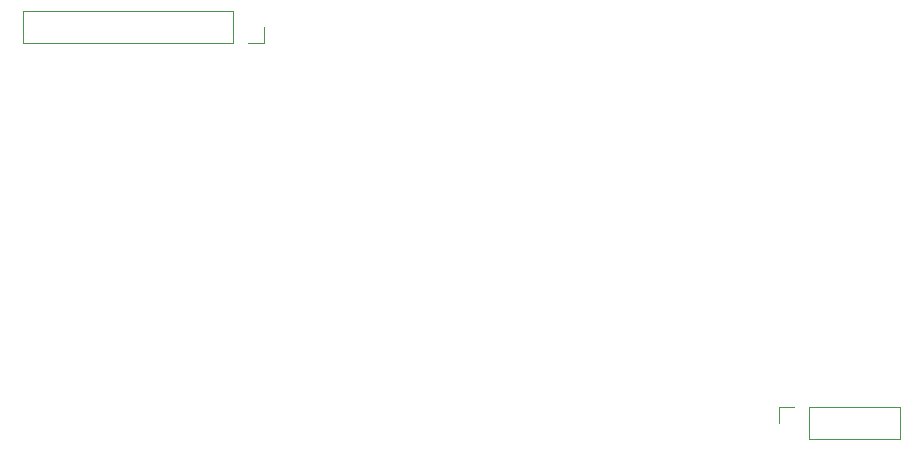
<source format=gbr>
%TF.GenerationSoftware,KiCad,Pcbnew,(5.1.10-1-10_14)*%
%TF.CreationDate,2021-12-18T11:36:21-05:00*%
%TF.ProjectId,control-unit,636f6e74-726f-46c2-9d75-6e69742e6b69,rev?*%
%TF.SameCoordinates,Original*%
%TF.FileFunction,Legend,Bot*%
%TF.FilePolarity,Positive*%
%FSLAX46Y46*%
G04 Gerber Fmt 4.6, Leading zero omitted, Abs format (unit mm)*
G04 Created by KiCad (PCBNEW (5.1.10-1-10_14)) date 2021-12-18 11:36:21*
%MOMM*%
%LPD*%
G01*
G04 APERTURE LIST*
%ADD10C,0.120000*%
G04 APERTURE END LIST*
D10*
%TO.C,J4*%
X183702000Y-115002000D02*
X183702000Y-117662000D01*
X176022000Y-115002000D02*
X183702000Y-115002000D01*
X176022000Y-117662000D02*
X183702000Y-117662000D01*
X176022000Y-115002000D02*
X176022000Y-117662000D01*
X174752000Y-115002000D02*
X173422000Y-115002000D01*
X173422000Y-115002000D02*
X173422000Y-116332000D01*
%TO.C,J3*%
X109414000Y-84134000D02*
X109414000Y-81474000D01*
X127254000Y-84134000D02*
X109414000Y-84134000D01*
X127254000Y-81474000D02*
X109414000Y-81474000D01*
X127254000Y-84134000D02*
X127254000Y-81474000D01*
X128524000Y-84134000D02*
X129854000Y-84134000D01*
X129854000Y-84134000D02*
X129854000Y-82804000D01*
%TD*%
M02*

</source>
